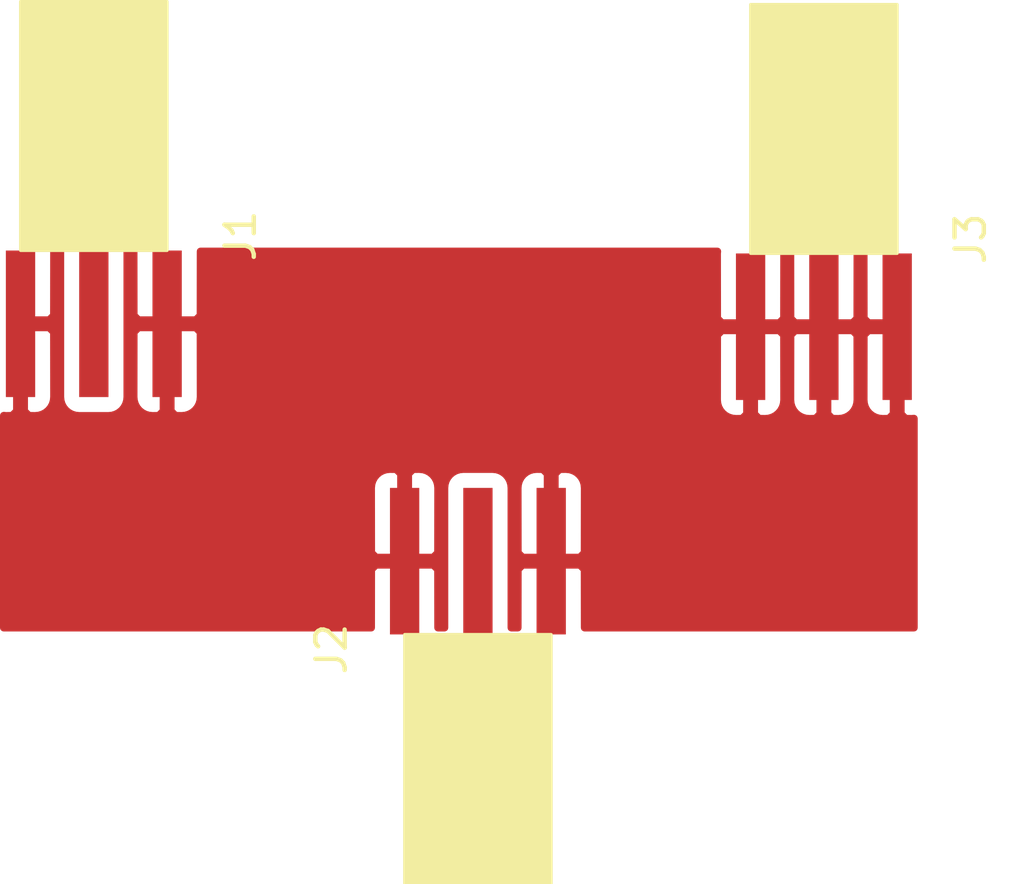
<source format=kicad_pcb>
(kicad_pcb (version 20171130) (host pcbnew 5.99.0+really5.1.10+dfsg1-1)

  (general
    (thickness 1.6)
    (drawings 0)
    (tracks 0)
    (zones 0)
    (modules 3)
    (nets 3)
  )

  (page A4)
  (layers
    (0 F.Cu signal)
    (31 B.Cu signal)
    (32 B.Adhes user)
    (33 F.Adhes user)
    (34 B.Paste user)
    (35 F.Paste user)
    (36 B.SilkS user)
    (37 F.SilkS user)
    (38 B.Mask user)
    (39 F.Mask user)
    (40 Dwgs.User user)
    (41 Cmts.User user)
    (42 Eco1.User user)
    (43 Eco2.User user)
    (44 Edge.Cuts user)
    (45 Margin user)
    (46 B.CrtYd user)
    (47 F.CrtYd user)
    (48 B.Fab user)
    (49 F.Fab user)
  )

  (setup
    (last_trace_width 0.25)
    (trace_clearance 0.2)
    (zone_clearance 0.508)
    (zone_45_only no)
    (trace_min 0.2)
    (via_size 0.8)
    (via_drill 0.4)
    (via_min_size 0.4)
    (via_min_drill 0.3)
    (uvia_size 0.3)
    (uvia_drill 0.1)
    (uvias_allowed no)
    (uvia_min_size 0.2)
    (uvia_min_drill 0.1)
    (edge_width 0.05)
    (segment_width 0.2)
    (pcb_text_width 0.3)
    (pcb_text_size 1.5 1.5)
    (mod_edge_width 0.12)
    (mod_text_size 1 1)
    (mod_text_width 0.15)
    (pad_size 1.524 1.524)
    (pad_drill 0.762)
    (pad_to_mask_clearance 0)
    (aux_axis_origin 0 0)
    (visible_elements FFFFFF7F)
    (pcbplotparams
      (layerselection 0x010fc_ffffffff)
      (usegerberextensions false)
      (usegerberattributes true)
      (usegerberadvancedattributes true)
      (creategerberjobfile true)
      (excludeedgelayer true)
      (linewidth 0.100000)
      (plotframeref false)
      (viasonmask false)
      (mode 1)
      (useauxorigin false)
      (hpglpennumber 1)
      (hpglpenspeed 20)
      (hpglpendiameter 15.000000)
      (psnegative false)
      (psa4output false)
      (plotreference true)
      (plotvalue true)
      (plotinvisibletext false)
      (padsonsilk false)
      (subtractmaskfromsilk false)
      (outputformat 1)
      (mirror false)
      (drillshape 1)
      (scaleselection 1)
      (outputdirectory ""))
  )

  (net 0 "")
  (net 1 GND)
  (net 2 "Net-(J1-Pad1)")

  (net_class Default "This is the default net class."
    (clearance 0.2)
    (trace_width 0.25)
    (via_dia 0.8)
    (via_drill 0.4)
    (uvia_dia 0.3)
    (uvia_drill 0.1)
    (add_net GND)
    (add_net "Net-(J1-Pad1)")
  )

  (module custom-footprints:amazon-sma-connector (layer F.Cu) (tedit 6248B7DA) (tstamp 63185AE4)
    (at 152.9 79.6 270)
    (path /6317FE5D)
    (fp_text reference J3 (at 0 0.5 90) (layer F.SilkS)
      (effects (font (size 1 1) (thickness 0.15)))
    )
    (fp_text value Conn_Coaxial (at 0 -0.5 90) (layer F.Fab)
      (effects (font (size 1 1) (thickness 0.15)))
    )
    (fp_poly (pts (xy 0.5 8) (xy -8 8) (xy -8 3) (xy 0.5 3)) (layer F.SilkS) (width 0.1))
    (pad 2 connect rect (at 3 8 270) (size 5 1) (layers F.Cu F.Mask)
      (net 1 GND))
    (pad 1 connect rect (at 3 5.5 270) (size 5 1) (layers F.Cu F.Mask)
      (net 1 GND))
    (pad 2 connect rect (at 3 3 270) (size 5 1) (layers F.Cu F.Mask)
      (net 1 GND))
  )

  (module custom-footprints:amazon-sma-connector (layer F.Cu) (tedit 6248B7DA) (tstamp 63185ADC)
    (at 130.1 93.6 90)
    (path /63180318)
    (fp_text reference J2 (at 0 0.5 90) (layer F.SilkS)
      (effects (font (size 1 1) (thickness 0.15)))
    )
    (fp_text value Conn_Coaxial (at 0 -0.5 90) (layer F.Fab)
      (effects (font (size 1 1) (thickness 0.15)))
    )
    (fp_poly (pts (xy 0.5 8) (xy -8 8) (xy -8 3) (xy 0.5 3)) (layer F.SilkS) (width 0.1))
    (pad 2 connect rect (at 3 8 90) (size 5 1) (layers F.Cu F.Mask)
      (net 1 GND))
    (pad 1 connect rect (at 3 5.5 90) (size 5 1) (layers F.Cu F.Mask)
      (net 2 "Net-(J1-Pad1)"))
    (pad 2 connect rect (at 3 3 90) (size 5 1) (layers F.Cu F.Mask)
      (net 1 GND))
  )

  (module custom-footprints:amazon-sma-connector (layer F.Cu) (tedit 6248B7DA) (tstamp 63185AD4)
    (at 128 79.5 270)
    (path /6317FCA3)
    (fp_text reference J1 (at 0 0.5 90) (layer F.SilkS)
      (effects (font (size 1 1) (thickness 0.15)))
    )
    (fp_text value Conn_Coaxial (at 0 -0.5 90) (layer F.Fab)
      (effects (font (size 1 1) (thickness 0.15)))
    )
    (fp_poly (pts (xy 0.5 8) (xy -8 8) (xy -8 3) (xy 0.5 3)) (layer F.SilkS) (width 0.1))
    (pad 2 connect rect (at 3 8 270) (size 5 1) (layers F.Cu F.Mask)
      (net 1 GND))
    (pad 1 connect rect (at 3 5.5 270) (size 5 1) (layers F.Cu F.Mask)
      (net 2 "Net-(J1-Pad1)"))
    (pad 2 connect rect (at 3 3 270) (size 5 1) (layers F.Cu F.Mask)
      (net 1 GND))
  )

  (zone (net 1) (net_name GND) (layer F.Cu) (tstamp 0) (hatch edge 0.508)
    (connect_pads (clearance 0.508))
    (min_thickness 0.254)
    (fill yes (arc_segments 32) (thermal_gap 0.508) (thermal_bridge_width 0.508))
    (polygon
      (pts
        (xy 150.6 93) (xy 119.3 93) (xy 119.3 79.9) (xy 150.6 79.9)
      )
    )
    (filled_polygon
      (pts
        (xy 121.361928 85) (xy 121.374188 85.124482) (xy 121.410498 85.24418) (xy 121.469463 85.354494) (xy 121.548815 85.451185)
        (xy 121.645506 85.530537) (xy 121.75582 85.589502) (xy 121.875518 85.625812) (xy 122 85.638072) (xy 123 85.638072)
        (xy 123.124482 85.625812) (xy 123.24418 85.589502) (xy 123.354494 85.530537) (xy 123.451185 85.451185) (xy 123.530537 85.354494)
        (xy 123.589502 85.24418) (xy 123.625812 85.124482) (xy 123.638072 85) (xy 123.861928 85) (xy 123.874188 85.124482)
        (xy 123.910498 85.24418) (xy 123.969463 85.354494) (xy 124.048815 85.451185) (xy 124.145506 85.530537) (xy 124.25582 85.589502)
        (xy 124.375518 85.625812) (xy 124.5 85.638072) (xy 124.71425 85.635) (xy 124.873 85.47625) (xy 124.873 82.627)
        (xy 125.127 82.627) (xy 125.127 85.47625) (xy 125.28575 85.635) (xy 125.5 85.638072) (xy 125.624482 85.625812)
        (xy 125.74418 85.589502) (xy 125.854494 85.530537) (xy 125.951185 85.451185) (xy 126.030537 85.354494) (xy 126.089502 85.24418)
        (xy 126.125812 85.124482) (xy 126.128223 85.1) (xy 143.761928 85.1) (xy 143.774188 85.224482) (xy 143.810498 85.34418)
        (xy 143.869463 85.454494) (xy 143.948815 85.551185) (xy 144.045506 85.630537) (xy 144.15582 85.689502) (xy 144.275518 85.725812)
        (xy 144.4 85.738072) (xy 144.61425 85.735) (xy 144.773 85.57625) (xy 144.773 82.727) (xy 145.027 82.727)
        (xy 145.027 85.57625) (xy 145.18575 85.735) (xy 145.4 85.738072) (xy 145.524482 85.725812) (xy 145.64418 85.689502)
        (xy 145.754494 85.630537) (xy 145.851185 85.551185) (xy 145.930537 85.454494) (xy 145.989502 85.34418) (xy 146.025812 85.224482)
        (xy 146.038072 85.1) (xy 146.261928 85.1) (xy 146.274188 85.224482) (xy 146.310498 85.34418) (xy 146.369463 85.454494)
        (xy 146.448815 85.551185) (xy 146.545506 85.630537) (xy 146.65582 85.689502) (xy 146.775518 85.725812) (xy 146.9 85.738072)
        (xy 147.11425 85.735) (xy 147.273 85.57625) (xy 147.273 82.727) (xy 147.527 82.727) (xy 147.527 85.57625)
        (xy 147.68575 85.735) (xy 147.9 85.738072) (xy 148.024482 85.725812) (xy 148.14418 85.689502) (xy 148.254494 85.630537)
        (xy 148.351185 85.551185) (xy 148.430537 85.454494) (xy 148.489502 85.34418) (xy 148.525812 85.224482) (xy 148.538072 85.1)
        (xy 148.761928 85.1) (xy 148.774188 85.224482) (xy 148.810498 85.34418) (xy 148.869463 85.454494) (xy 148.948815 85.551185)
        (xy 149.045506 85.630537) (xy 149.15582 85.689502) (xy 149.275518 85.725812) (xy 149.4 85.738072) (xy 149.61425 85.735)
        (xy 149.773 85.57625) (xy 149.773 82.727) (xy 148.92375 82.727) (xy 148.765 82.88575) (xy 148.761928 85.1)
        (xy 148.538072 85.1) (xy 148.535 82.88575) (xy 148.37625 82.727) (xy 147.527 82.727) (xy 147.273 82.727)
        (xy 146.42375 82.727) (xy 146.265 82.88575) (xy 146.261928 85.1) (xy 146.038072 85.1) (xy 146.035 82.88575)
        (xy 145.87625 82.727) (xy 145.027 82.727) (xy 144.773 82.727) (xy 143.92375 82.727) (xy 143.765 82.88575)
        (xy 143.761928 85.1) (xy 126.128223 85.1) (xy 126.138072 85) (xy 126.135 82.78575) (xy 125.97625 82.627)
        (xy 125.127 82.627) (xy 124.873 82.627) (xy 124.02375 82.627) (xy 123.865 82.78575) (xy 123.861928 85)
        (xy 123.638072 85) (xy 123.638072 80.027) (xy 123.861965 80.027) (xy 123.865 82.21425) (xy 124.02375 82.373)
        (xy 124.873 82.373) (xy 124.873 82.353) (xy 125.127 82.353) (xy 125.127 82.373) (xy 125.97625 82.373)
        (xy 126.135 82.21425) (xy 126.138035 80.027) (xy 143.769118 80.027) (xy 143.761928 80.1) (xy 143.765 82.31425)
        (xy 143.92375 82.473) (xy 144.773 82.473) (xy 144.773 82.453) (xy 145.027 82.453) (xy 145.027 82.473)
        (xy 145.87625 82.473) (xy 146.035 82.31425) (xy 146.038072 80.1) (xy 146.030882 80.027) (xy 146.269118 80.027)
        (xy 146.261928 80.1) (xy 146.265 82.31425) (xy 146.42375 82.473) (xy 147.273 82.473) (xy 147.273 82.453)
        (xy 147.527 82.453) (xy 147.527 82.473) (xy 148.37625 82.473) (xy 148.535 82.31425) (xy 148.538072 80.1)
        (xy 148.530882 80.027) (xy 148.769118 80.027) (xy 148.761928 80.1) (xy 148.765 82.31425) (xy 148.92375 82.473)
        (xy 149.773 82.473) (xy 149.773 82.453) (xy 150.027 82.453) (xy 150.027 82.473) (xy 150.047 82.473)
        (xy 150.047 82.727) (xy 150.027 82.727) (xy 150.027 85.57625) (xy 150.18575 85.735) (xy 150.4 85.738072)
        (xy 150.473 85.730882) (xy 150.473 92.873) (xy 139.237757 92.873) (xy 139.235 90.88575) (xy 139.07625 90.727)
        (xy 138.227 90.727) (xy 138.227 90.747) (xy 137.973 90.747) (xy 137.973 90.727) (xy 137.12375 90.727)
        (xy 136.965 90.88575) (xy 136.962243 92.873) (xy 136.738072 92.873) (xy 136.738072 88.1) (xy 136.961928 88.1)
        (xy 136.965 90.31425) (xy 137.12375 90.473) (xy 137.973 90.473) (xy 137.973 87.62375) (xy 138.227 87.62375)
        (xy 138.227 90.473) (xy 139.07625 90.473) (xy 139.235 90.31425) (xy 139.238072 88.1) (xy 139.225812 87.975518)
        (xy 139.189502 87.85582) (xy 139.130537 87.745506) (xy 139.051185 87.648815) (xy 138.954494 87.569463) (xy 138.84418 87.510498)
        (xy 138.724482 87.474188) (xy 138.6 87.461928) (xy 138.38575 87.465) (xy 138.227 87.62375) (xy 137.973 87.62375)
        (xy 137.81425 87.465) (xy 137.6 87.461928) (xy 137.475518 87.474188) (xy 137.35582 87.510498) (xy 137.245506 87.569463)
        (xy 137.148815 87.648815) (xy 137.069463 87.745506) (xy 137.010498 87.85582) (xy 136.974188 87.975518) (xy 136.961928 88.1)
        (xy 136.738072 88.1) (xy 136.725812 87.975518) (xy 136.689502 87.85582) (xy 136.630537 87.745506) (xy 136.551185 87.648815)
        (xy 136.454494 87.569463) (xy 136.34418 87.510498) (xy 136.224482 87.474188) (xy 136.1 87.461928) (xy 135.1 87.461928)
        (xy 134.975518 87.474188) (xy 134.85582 87.510498) (xy 134.745506 87.569463) (xy 134.648815 87.648815) (xy 134.569463 87.745506)
        (xy 134.510498 87.85582) (xy 134.474188 87.975518) (xy 134.461928 88.1) (xy 134.461928 92.873) (xy 134.237757 92.873)
        (xy 134.235 90.88575) (xy 134.07625 90.727) (xy 133.227 90.727) (xy 133.227 90.747) (xy 132.973 90.747)
        (xy 132.973 90.727) (xy 132.12375 90.727) (xy 131.965 90.88575) (xy 131.962243 92.873) (xy 119.427 92.873)
        (xy 119.427 88.1) (xy 131.961928 88.1) (xy 131.965 90.31425) (xy 132.12375 90.473) (xy 132.973 90.473)
        (xy 132.973 87.62375) (xy 133.227 87.62375) (xy 133.227 90.473) (xy 134.07625 90.473) (xy 134.235 90.31425)
        (xy 134.238072 88.1) (xy 134.225812 87.975518) (xy 134.189502 87.85582) (xy 134.130537 87.745506) (xy 134.051185 87.648815)
        (xy 133.954494 87.569463) (xy 133.84418 87.510498) (xy 133.724482 87.474188) (xy 133.6 87.461928) (xy 133.38575 87.465)
        (xy 133.227 87.62375) (xy 132.973 87.62375) (xy 132.81425 87.465) (xy 132.6 87.461928) (xy 132.475518 87.474188)
        (xy 132.35582 87.510498) (xy 132.245506 87.569463) (xy 132.148815 87.648815) (xy 132.069463 87.745506) (xy 132.010498 87.85582)
        (xy 131.974188 87.975518) (xy 131.961928 88.1) (xy 119.427 88.1) (xy 119.427 85.630882) (xy 119.5 85.638072)
        (xy 119.71425 85.635) (xy 119.873 85.47625) (xy 119.873 82.627) (xy 120.127 82.627) (xy 120.127 85.47625)
        (xy 120.28575 85.635) (xy 120.5 85.638072) (xy 120.624482 85.625812) (xy 120.74418 85.589502) (xy 120.854494 85.530537)
        (xy 120.951185 85.451185) (xy 121.030537 85.354494) (xy 121.089502 85.24418) (xy 121.125812 85.124482) (xy 121.138072 85)
        (xy 121.135 82.78575) (xy 120.97625 82.627) (xy 120.127 82.627) (xy 119.873 82.627) (xy 119.853 82.627)
        (xy 119.853 82.373) (xy 119.873 82.373) (xy 119.873 82.353) (xy 120.127 82.353) (xy 120.127 82.373)
        (xy 120.97625 82.373) (xy 121.135 82.21425) (xy 121.138035 80.027) (xy 121.361928 80.027)
      )
    )
  )
)

</source>
